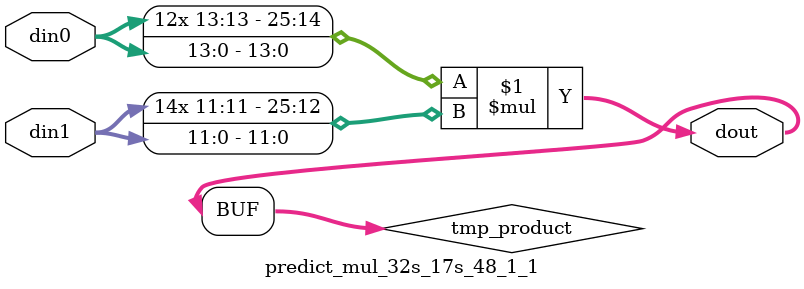
<source format=v>

`timescale 1 ns / 1 ps

  module predict_mul_32s_17s_48_1_1(din0, din1, dout);
parameter ID = 1;
parameter NUM_STAGE = 0;
parameter din0_WIDTH = 14;
parameter din1_WIDTH = 12;
parameter dout_WIDTH = 26;

input [din0_WIDTH - 1 : 0] din0; 
input [din1_WIDTH - 1 : 0] din1; 
output [dout_WIDTH - 1 : 0] dout;

wire signed [dout_WIDTH - 1 : 0] tmp_product;













assign tmp_product = $signed(din0) * $signed(din1);








assign dout = tmp_product;







endmodule

</source>
